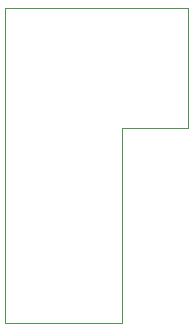
<source format=gbr>
%TF.GenerationSoftware,KiCad,Pcbnew,(6.0.10)*%
%TF.CreationDate,2023-04-04T11:29:01-04:00*%
%TF.ProjectId,Coil_Connector_V3_selfprint,436f696c-5f43-46f6-9e6e-6563746f725f,rev?*%
%TF.SameCoordinates,Original*%
%TF.FileFunction,Profile,NP*%
%FSLAX46Y46*%
G04 Gerber Fmt 4.6, Leading zero omitted, Abs format (unit mm)*
G04 Created by KiCad (PCBNEW (6.0.10)) date 2023-04-04 11:29:01*
%MOMM*%
%LPD*%
G01*
G04 APERTURE LIST*
%TA.AperFunction,Profile*%
%ADD10C,0.050000*%
%TD*%
G04 APERTURE END LIST*
D10*
X149606000Y-96774000D02*
X149606000Y-106426000D01*
X149606000Y-106426000D02*
X149606000Y-106934000D01*
X144018000Y-106934000D02*
X144018000Y-123444000D01*
X134112000Y-96774000D02*
X149606000Y-96774000D01*
X144018000Y-123444000D02*
X134112000Y-123444000D01*
X149606000Y-106934000D02*
X144018000Y-106934000D01*
X134112000Y-123444000D02*
X134112000Y-96774000D01*
M02*

</source>
